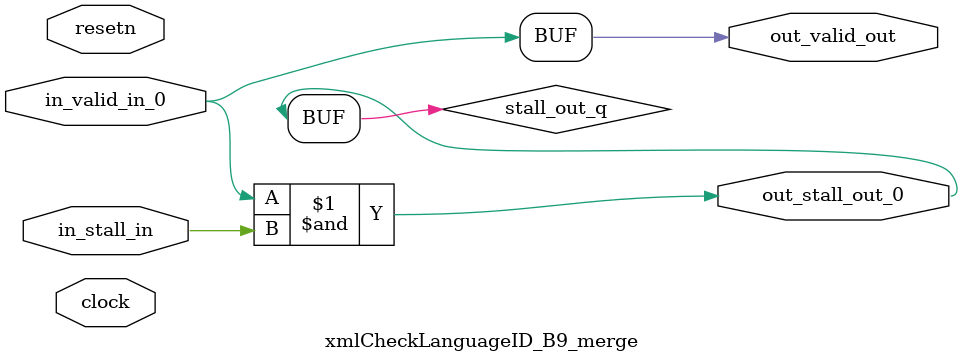
<source format=sv>



(* altera_attribute = "-name AUTO_SHIFT_REGISTER_RECOGNITION OFF; -name MESSAGE_DISABLE 10036; -name MESSAGE_DISABLE 10037; -name MESSAGE_DISABLE 14130; -name MESSAGE_DISABLE 14320; -name MESSAGE_DISABLE 15400; -name MESSAGE_DISABLE 14130; -name MESSAGE_DISABLE 10036; -name MESSAGE_DISABLE 12020; -name MESSAGE_DISABLE 12030; -name MESSAGE_DISABLE 12010; -name MESSAGE_DISABLE 12110; -name MESSAGE_DISABLE 14320; -name MESSAGE_DISABLE 13410; -name MESSAGE_DISABLE 113007; -name MESSAGE_DISABLE 10958" *)
module xmlCheckLanguageID_B9_merge (
    input wire [0:0] in_stall_in,
    input wire [0:0] in_valid_in_0,
    output wire [0:0] out_stall_out_0,
    output wire [0:0] out_valid_out,
    input wire clock,
    input wire resetn
    );

    wire [0:0] stall_out_q;


    // stall_out(LOGICAL,6)
    assign stall_out_q = in_valid_in_0 & in_stall_in;

    // out_stall_out_0(GPOUT,4)
    assign out_stall_out_0 = stall_out_q;

    // out_valid_out(GPOUT,5)
    assign out_valid_out = in_valid_in_0;

endmodule

</source>
